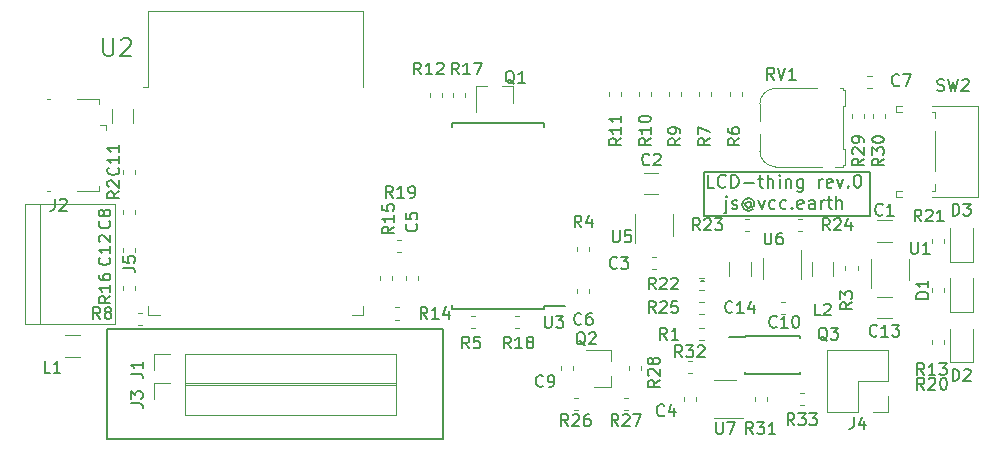
<source format=gbr>
G04 #@! TF.GenerationSoftware,KiCad,Pcbnew,5.1.5*
G04 #@! TF.CreationDate,2020-05-11T21:35:48+02:00*
G04 #@! TF.ProjectId,VCOMLCD,56434f4d-4c43-4442-9e6b-696361645f70,rev?*
G04 #@! TF.SameCoordinates,Original*
G04 #@! TF.FileFunction,Legend,Top*
G04 #@! TF.FilePolarity,Positive*
%FSLAX46Y46*%
G04 Gerber Fmt 4.6, Leading zero omitted, Abs format (unit mm)*
G04 Created by KiCad (PCBNEW 5.1.5) date 2020-05-11 21:35:48*
%MOMM*%
%LPD*%
G04 APERTURE LIST*
%ADD10C,0.150000*%
%ADD11C,0.120000*%
%ADD12C,0.200000*%
G04 APERTURE END LIST*
D10*
X105750000Y-61500000D02*
X105750000Y-65250000D01*
X119750000Y-61500000D02*
X105750000Y-61500000D01*
X119750000Y-65250000D02*
X119750000Y-61500000D01*
X105750000Y-65250000D02*
X119750000Y-65250000D01*
X106554761Y-62847619D02*
X106030952Y-62847619D01*
X106030952Y-61747619D01*
X107550000Y-62742857D02*
X107497619Y-62795238D01*
X107340476Y-62847619D01*
X107235714Y-62847619D01*
X107078571Y-62795238D01*
X106973809Y-62690476D01*
X106921428Y-62585714D01*
X106869047Y-62376190D01*
X106869047Y-62219047D01*
X106921428Y-62009523D01*
X106973809Y-61904761D01*
X107078571Y-61800000D01*
X107235714Y-61747619D01*
X107340476Y-61747619D01*
X107497619Y-61800000D01*
X107550000Y-61852380D01*
X108021428Y-62847619D02*
X108021428Y-61747619D01*
X108283333Y-61747619D01*
X108440476Y-61800000D01*
X108545238Y-61904761D01*
X108597619Y-62009523D01*
X108650000Y-62219047D01*
X108650000Y-62376190D01*
X108597619Y-62585714D01*
X108545238Y-62690476D01*
X108440476Y-62795238D01*
X108283333Y-62847619D01*
X108021428Y-62847619D01*
X109121428Y-62428571D02*
X109959523Y-62428571D01*
X110326190Y-62114285D02*
X110745238Y-62114285D01*
X110483333Y-61747619D02*
X110483333Y-62690476D01*
X110535714Y-62795238D01*
X110640476Y-62847619D01*
X110745238Y-62847619D01*
X111111904Y-62847619D02*
X111111904Y-61747619D01*
X111583333Y-62847619D02*
X111583333Y-62271428D01*
X111530952Y-62166666D01*
X111426190Y-62114285D01*
X111269047Y-62114285D01*
X111164285Y-62166666D01*
X111111904Y-62219047D01*
X112107142Y-62847619D02*
X112107142Y-62114285D01*
X112107142Y-61747619D02*
X112054761Y-61800000D01*
X112107142Y-61852380D01*
X112159523Y-61800000D01*
X112107142Y-61747619D01*
X112107142Y-61852380D01*
X112630952Y-62114285D02*
X112630952Y-62847619D01*
X112630952Y-62219047D02*
X112683333Y-62166666D01*
X112788095Y-62114285D01*
X112945238Y-62114285D01*
X113050000Y-62166666D01*
X113102380Y-62271428D01*
X113102380Y-62847619D01*
X114097619Y-62114285D02*
X114097619Y-63004761D01*
X114045238Y-63109523D01*
X113992857Y-63161904D01*
X113888095Y-63214285D01*
X113730952Y-63214285D01*
X113626190Y-63161904D01*
X114097619Y-62795238D02*
X113992857Y-62847619D01*
X113783333Y-62847619D01*
X113678571Y-62795238D01*
X113626190Y-62742857D01*
X113573809Y-62638095D01*
X113573809Y-62323809D01*
X113626190Y-62219047D01*
X113678571Y-62166666D01*
X113783333Y-62114285D01*
X113992857Y-62114285D01*
X114097619Y-62166666D01*
X115459523Y-62847619D02*
X115459523Y-62114285D01*
X115459523Y-62323809D02*
X115511904Y-62219047D01*
X115564285Y-62166666D01*
X115669047Y-62114285D01*
X115773809Y-62114285D01*
X116559523Y-62795238D02*
X116454761Y-62847619D01*
X116245238Y-62847619D01*
X116140476Y-62795238D01*
X116088095Y-62690476D01*
X116088095Y-62271428D01*
X116140476Y-62166666D01*
X116245238Y-62114285D01*
X116454761Y-62114285D01*
X116559523Y-62166666D01*
X116611904Y-62271428D01*
X116611904Y-62376190D01*
X116088095Y-62480952D01*
X116978571Y-62114285D02*
X117240476Y-62847619D01*
X117502380Y-62114285D01*
X117921428Y-62742857D02*
X117973809Y-62795238D01*
X117921428Y-62847619D01*
X117869047Y-62795238D01*
X117921428Y-62742857D01*
X117921428Y-62847619D01*
X118654761Y-61747619D02*
X118759523Y-61747619D01*
X118864285Y-61800000D01*
X118916666Y-61852380D01*
X118969047Y-61957142D01*
X119021428Y-62166666D01*
X119021428Y-62428571D01*
X118969047Y-62638095D01*
X118916666Y-62742857D01*
X118864285Y-62795238D01*
X118759523Y-62847619D01*
X118654761Y-62847619D01*
X118550000Y-62795238D01*
X118497619Y-62742857D01*
X118445238Y-62638095D01*
X118392857Y-62428571D01*
X118392857Y-62166666D01*
X118445238Y-61957142D01*
X118497619Y-61852380D01*
X118550000Y-61800000D01*
X118654761Y-61747619D01*
X107602380Y-63914285D02*
X107602380Y-64857142D01*
X107550000Y-64961904D01*
X107445238Y-65014285D01*
X107392857Y-65014285D01*
X107602380Y-63547619D02*
X107550000Y-63600000D01*
X107602380Y-63652380D01*
X107654761Y-63600000D01*
X107602380Y-63547619D01*
X107602380Y-63652380D01*
X108073809Y-64595238D02*
X108178571Y-64647619D01*
X108388095Y-64647619D01*
X108492857Y-64595238D01*
X108545238Y-64490476D01*
X108545238Y-64438095D01*
X108492857Y-64333333D01*
X108388095Y-64280952D01*
X108230952Y-64280952D01*
X108126190Y-64228571D01*
X108073809Y-64123809D01*
X108073809Y-64071428D01*
X108126190Y-63966666D01*
X108230952Y-63914285D01*
X108388095Y-63914285D01*
X108492857Y-63966666D01*
X109697619Y-64123809D02*
X109645238Y-64071428D01*
X109540476Y-64019047D01*
X109435714Y-64019047D01*
X109330952Y-64071428D01*
X109278571Y-64123809D01*
X109226190Y-64228571D01*
X109226190Y-64333333D01*
X109278571Y-64438095D01*
X109330952Y-64490476D01*
X109435714Y-64542857D01*
X109540476Y-64542857D01*
X109645238Y-64490476D01*
X109697619Y-64438095D01*
X109697619Y-64019047D02*
X109697619Y-64438095D01*
X109750000Y-64490476D01*
X109802380Y-64490476D01*
X109907142Y-64438095D01*
X109959523Y-64333333D01*
X109959523Y-64071428D01*
X109854761Y-63914285D01*
X109697619Y-63809523D01*
X109488095Y-63757142D01*
X109278571Y-63809523D01*
X109121428Y-63914285D01*
X109016666Y-64071428D01*
X108964285Y-64280952D01*
X109016666Y-64490476D01*
X109121428Y-64647619D01*
X109278571Y-64752380D01*
X109488095Y-64804761D01*
X109697619Y-64752380D01*
X109854761Y-64647619D01*
X110326190Y-63914285D02*
X110588095Y-64647619D01*
X110850000Y-63914285D01*
X111740476Y-64595238D02*
X111635714Y-64647619D01*
X111426190Y-64647619D01*
X111321428Y-64595238D01*
X111269047Y-64542857D01*
X111216666Y-64438095D01*
X111216666Y-64123809D01*
X111269047Y-64019047D01*
X111321428Y-63966666D01*
X111426190Y-63914285D01*
X111635714Y-63914285D01*
X111740476Y-63966666D01*
X112683333Y-64595238D02*
X112578571Y-64647619D01*
X112369047Y-64647619D01*
X112264285Y-64595238D01*
X112211904Y-64542857D01*
X112159523Y-64438095D01*
X112159523Y-64123809D01*
X112211904Y-64019047D01*
X112264285Y-63966666D01*
X112369047Y-63914285D01*
X112578571Y-63914285D01*
X112683333Y-63966666D01*
X113154761Y-64542857D02*
X113207142Y-64595238D01*
X113154761Y-64647619D01*
X113102380Y-64595238D01*
X113154761Y-64542857D01*
X113154761Y-64647619D01*
X114097619Y-64595238D02*
X113992857Y-64647619D01*
X113783333Y-64647619D01*
X113678571Y-64595238D01*
X113626190Y-64490476D01*
X113626190Y-64071428D01*
X113678571Y-63966666D01*
X113783333Y-63914285D01*
X113992857Y-63914285D01*
X114097619Y-63966666D01*
X114150000Y-64071428D01*
X114150000Y-64176190D01*
X113626190Y-64280952D01*
X115092857Y-64647619D02*
X115092857Y-64071428D01*
X115040476Y-63966666D01*
X114935714Y-63914285D01*
X114726190Y-63914285D01*
X114621428Y-63966666D01*
X115092857Y-64595238D02*
X114988095Y-64647619D01*
X114726190Y-64647619D01*
X114621428Y-64595238D01*
X114569047Y-64490476D01*
X114569047Y-64385714D01*
X114621428Y-64280952D01*
X114726190Y-64228571D01*
X114988095Y-64228571D01*
X115092857Y-64176190D01*
X115616666Y-64647619D02*
X115616666Y-63914285D01*
X115616666Y-64123809D02*
X115669047Y-64019047D01*
X115721428Y-63966666D01*
X115826190Y-63914285D01*
X115930952Y-63914285D01*
X116140476Y-63914285D02*
X116559523Y-63914285D01*
X116297619Y-63547619D02*
X116297619Y-64490476D01*
X116350000Y-64595238D01*
X116454761Y-64647619D01*
X116559523Y-64647619D01*
X116926190Y-64647619D02*
X116926190Y-63547619D01*
X117397619Y-64647619D02*
X117397619Y-64071428D01*
X117345238Y-63966666D01*
X117240476Y-63914285D01*
X117083333Y-63914285D01*
X116978571Y-63966666D01*
X116926190Y-64019047D01*
X105500000Y-70750000D02*
X105750000Y-70750000D01*
X83630000Y-74805000D02*
X55150000Y-74805000D01*
X83630000Y-84155000D02*
X83630000Y-74805000D01*
X55150000Y-84155000D02*
X83630000Y-84155000D01*
X55150000Y-74805000D02*
X55150000Y-84155000D01*
D11*
X106600000Y-82360000D02*
X109050000Y-82360000D01*
X108400000Y-79140000D02*
X106600000Y-79140000D01*
X113828733Y-81260000D02*
X114171267Y-81260000D01*
X113828733Y-80240000D02*
X114171267Y-80240000D01*
X104671267Y-77490000D02*
X104328733Y-77490000D01*
X104671267Y-78510000D02*
X104328733Y-78510000D01*
X111010000Y-80921267D02*
X111010000Y-80578733D01*
X109990000Y-80921267D02*
X109990000Y-80578733D01*
D10*
X109175000Y-75475000D02*
X107825000Y-75475000D01*
X109175000Y-78625000D02*
X113825000Y-78625000D01*
X109175000Y-75375000D02*
X113825000Y-75375000D01*
X109175000Y-78625000D02*
X109175000Y-78425000D01*
X113825000Y-78625000D02*
X113825000Y-78425000D01*
X113825000Y-75375000D02*
X113825000Y-75575000D01*
X109175000Y-75375000D02*
X109175000Y-75475000D01*
D11*
X103990000Y-80578733D02*
X103990000Y-80921267D01*
X105010000Y-80578733D02*
X105010000Y-80921267D01*
X117660000Y-54540000D02*
X117660000Y-55960000D01*
X117460000Y-55960000D02*
X117460000Y-59540000D01*
X117460000Y-59540000D02*
X117660000Y-59540000D01*
X117660000Y-59540000D02*
X117660000Y-60960000D01*
X117660000Y-60960000D02*
X117460000Y-60960000D01*
X110440000Y-57240000D02*
X110440000Y-55750000D01*
X111750000Y-54440000D02*
X115290000Y-54440000D01*
X115730000Y-61060000D02*
X111750000Y-61060000D01*
X110440000Y-59750000D02*
X110440000Y-58260000D01*
X110440000Y-55750000D02*
G75*
G02X111750000Y-54440000I1310000J0D01*
G01*
X111750000Y-61060000D02*
G75*
G02X110440000Y-59750000I0J1310000D01*
G01*
X117460000Y-55960000D02*
X117660000Y-55960000D01*
X117660000Y-54540000D02*
X117460000Y-54540000D01*
X117460000Y-54540000D02*
X117460000Y-54440000D01*
X117460000Y-54440000D02*
X117210000Y-54440000D01*
X117460000Y-60960000D02*
X117460000Y-61060000D01*
X117460000Y-61060000D02*
X116770000Y-61060000D01*
X119990000Y-56578733D02*
X119990000Y-56921267D01*
X121010000Y-56578733D02*
X121010000Y-56921267D01*
X119260000Y-56921267D02*
X119260000Y-56578733D01*
X118240000Y-56921267D02*
X118240000Y-56578733D01*
X99890000Y-65100000D02*
X99890000Y-67550000D01*
X103110000Y-66900000D02*
X103110000Y-65100000D01*
X58630000Y-54310000D02*
X58250000Y-54310000D01*
X58630000Y-47890000D02*
X58630000Y-54310000D01*
X76870000Y-47890000D02*
X76870000Y-54310000D01*
X58630000Y-47890000D02*
X76870000Y-47890000D01*
X76870000Y-73635000D02*
X75870000Y-73635000D01*
X76870000Y-72855000D02*
X76870000Y-73635000D01*
X58630000Y-73635000D02*
X59630000Y-73635000D01*
X58630000Y-72855000D02*
X58630000Y-73635000D01*
X54500000Y-55350000D02*
X54500000Y-55800000D01*
X52650000Y-55350000D02*
X54500000Y-55350000D01*
X50100000Y-63150000D02*
X50350000Y-63150000D01*
X50100000Y-55350000D02*
X50350000Y-55350000D01*
X52650000Y-63150000D02*
X54500000Y-63150000D01*
X54500000Y-63150000D02*
X54500000Y-62700000D01*
X55050000Y-57550000D02*
X55050000Y-58000000D01*
X55050000Y-57550000D02*
X54600000Y-57550000D01*
X48190000Y-64210000D02*
X48190000Y-74370000D01*
X55810000Y-64210000D02*
X48190000Y-64210000D01*
X55810000Y-74370000D02*
X55810000Y-64210000D01*
X48190000Y-74370000D02*
X55810000Y-74370000D01*
X49460000Y-74370000D02*
X49460000Y-64210000D01*
X109660000Y-70339564D02*
X109660000Y-69135436D01*
X107840000Y-70339564D02*
X107840000Y-69135436D01*
X112546267Y-72490000D02*
X112203733Y-72490000D01*
X112546267Y-73510000D02*
X112203733Y-73510000D01*
X121330000Y-76630000D02*
X116130000Y-76630000D01*
X121330000Y-79230000D02*
X121330000Y-76630000D01*
X116130000Y-81830000D02*
X116130000Y-76630000D01*
X121330000Y-79230000D02*
X118730000Y-79230000D01*
X118730000Y-79230000D02*
X118730000Y-81830000D01*
X118730000Y-81830000D02*
X116130000Y-81830000D01*
X121330000Y-80500000D02*
X121330000Y-81830000D01*
X121330000Y-81830000D02*
X120000000Y-81830000D01*
X99340000Y-77978733D02*
X99340000Y-78321267D01*
X100360000Y-77978733D02*
X100360000Y-78321267D01*
X99271267Y-80640000D02*
X98928733Y-80640000D01*
X99271267Y-81660000D02*
X98928733Y-81660000D01*
X95021267Y-80640000D02*
X94678733Y-80640000D01*
X95021267Y-81660000D02*
X94678733Y-81660000D01*
X97860000Y-79730000D02*
X96400000Y-79730000D01*
X97860000Y-76570000D02*
X95700000Y-76570000D01*
X97860000Y-76570000D02*
X97860000Y-77500000D01*
X97860000Y-79730000D02*
X97860000Y-78800000D01*
X94610000Y-78321267D02*
X94610000Y-77978733D01*
X93590000Y-78321267D02*
X93590000Y-77978733D01*
X113890000Y-70600000D02*
X113890000Y-68150000D01*
X110670000Y-68800000D02*
X110670000Y-70600000D01*
X105671267Y-72490000D02*
X105328733Y-72490000D01*
X105671267Y-73510000D02*
X105328733Y-73510000D01*
X113703733Y-65490000D02*
X114046267Y-65490000D01*
X113703733Y-66510000D02*
X114046267Y-66510000D01*
X109203733Y-65490000D02*
X109546267Y-65490000D01*
X109203733Y-66510000D02*
X109546267Y-66510000D01*
X105328733Y-71510000D02*
X105671267Y-71510000D01*
X105328733Y-70490000D02*
X105671267Y-70490000D01*
X57510000Y-61671267D02*
X57510000Y-61328733D01*
X56490000Y-61671267D02*
X56490000Y-61328733D01*
X116660000Y-70352064D02*
X116660000Y-69147936D01*
X114840000Y-70352064D02*
X114840000Y-69147936D01*
X59170000Y-80750000D02*
X59170000Y-79420000D01*
X59170000Y-79420000D02*
X60500000Y-79420000D01*
X61770000Y-79420000D02*
X79610000Y-79420000D01*
X79610000Y-82080000D02*
X79610000Y-79420000D01*
X61770000Y-82080000D02*
X79610000Y-82080000D01*
X61770000Y-82080000D02*
X61770000Y-79420000D01*
X124990000Y-67203733D02*
X124990000Y-67546267D01*
X126010000Y-67203733D02*
X126010000Y-67546267D01*
X126010000Y-76046267D02*
X126010000Y-75703733D01*
X124990000Y-76046267D02*
X124990000Y-75703733D01*
X126010000Y-71671267D02*
X126010000Y-71328733D01*
X124990000Y-71671267D02*
X124990000Y-71328733D01*
X57828733Y-74510000D02*
X58171267Y-74510000D01*
X57828733Y-73490000D02*
X58171267Y-73490000D01*
X89580000Y-54240000D02*
X89580000Y-55700000D01*
X86420000Y-54240000D02*
X86420000Y-56400000D01*
X86420000Y-54240000D02*
X87350000Y-54240000D01*
X89580000Y-54240000D02*
X88650000Y-54240000D01*
X59170000Y-78250000D02*
X59170000Y-76920000D01*
X59170000Y-76920000D02*
X60500000Y-76920000D01*
X61770000Y-76920000D02*
X79610000Y-76920000D01*
X79610000Y-79580000D02*
X79610000Y-76920000D01*
X61770000Y-79580000D02*
X79610000Y-79580000D01*
X61770000Y-79580000D02*
X61770000Y-76920000D01*
X128460000Y-69135000D02*
X128460000Y-66275000D01*
X126540000Y-69135000D02*
X128460000Y-69135000D01*
X126540000Y-66275000D02*
X126540000Y-69135000D01*
X128460000Y-77635000D02*
X128460000Y-74775000D01*
X126540000Y-77635000D02*
X128460000Y-77635000D01*
X126540000Y-74775000D02*
X126540000Y-77635000D01*
X128460000Y-73360000D02*
X128460000Y-70500000D01*
X126540000Y-73360000D02*
X128460000Y-73360000D01*
X126540000Y-70500000D02*
X126540000Y-73360000D01*
X56490000Y-64703733D02*
X56490000Y-65046267D01*
X57510000Y-64703733D02*
X57510000Y-65046267D01*
X123110000Y-70650000D02*
X123110000Y-68850000D01*
X119890000Y-68850000D02*
X119890000Y-71300000D01*
X117690000Y-69796267D02*
X117690000Y-69453733D01*
X118710000Y-69796267D02*
X118710000Y-69453733D01*
X55590000Y-57352064D02*
X55590000Y-56147936D01*
X57410000Y-57352064D02*
X57410000Y-56147936D01*
X121602064Y-73910000D02*
X120397936Y-73910000D01*
X121602064Y-72090000D02*
X120397936Y-72090000D01*
X105328733Y-75760000D02*
X105671267Y-75760000D01*
X105328733Y-74740000D02*
X105671267Y-74740000D01*
D10*
X92125000Y-72850000D02*
X93950000Y-72850000D01*
X92125000Y-57375000D02*
X84375000Y-57375000D01*
X92125000Y-73125000D02*
X84375000Y-73125000D01*
X92125000Y-57375000D02*
X92125000Y-57740000D01*
X84375000Y-57375000D02*
X84375000Y-57740000D01*
X84375000Y-73125000D02*
X84375000Y-72760000D01*
X92125000Y-73125000D02*
X92125000Y-72850000D01*
D11*
X56490000Y-68296267D02*
X56490000Y-67953733D01*
X57510000Y-68296267D02*
X57510000Y-67953733D01*
X101328733Y-69760000D02*
X101671267Y-69760000D01*
X101328733Y-68740000D02*
X101671267Y-68740000D01*
X100647936Y-63410000D02*
X101852064Y-63410000D01*
X100647936Y-61590000D02*
X101852064Y-61590000D01*
X79578733Y-74010000D02*
X79921267Y-74010000D01*
X79578733Y-72990000D02*
X79921267Y-72990000D01*
X78240000Y-70671267D02*
X78240000Y-70328733D01*
X79260000Y-70671267D02*
X79260000Y-70328733D01*
X57510000Y-71546267D02*
X57510000Y-71203733D01*
X56490000Y-71546267D02*
X56490000Y-71203733D01*
X84490000Y-55171267D02*
X84490000Y-54828733D01*
X85510000Y-55171267D02*
X85510000Y-54828733D01*
X90046267Y-74760000D02*
X89703733Y-74760000D01*
X90046267Y-73740000D02*
X89703733Y-73740000D01*
X79703733Y-68260000D02*
X80046267Y-68260000D01*
X79703733Y-67240000D02*
X80046267Y-67240000D01*
X82490000Y-55171267D02*
X82490000Y-54828733D01*
X83510000Y-55171267D02*
X83510000Y-54828733D01*
X125280000Y-56410000D02*
X125050000Y-56410000D01*
X128950000Y-55890000D02*
X128950000Y-63610000D01*
X128950000Y-63610000D02*
X125050000Y-63610000D01*
X121940000Y-55890000D02*
X121940000Y-56410000D01*
X128950000Y-55890000D02*
X125050000Y-55890000D01*
X125280000Y-63090000D02*
X125050000Y-63090000D01*
X122450000Y-56410000D02*
X121940000Y-56410000D01*
X122450000Y-55890000D02*
X121940000Y-55890000D01*
X125280000Y-62550000D02*
X125280000Y-63090000D01*
X122450000Y-63090000D02*
X121940000Y-63090000D01*
X121940000Y-63090000D02*
X121940000Y-63610000D01*
X122450000Y-63610000D02*
X121940000Y-63610000D01*
X125280000Y-56410000D02*
X125280000Y-56950000D01*
X125280000Y-58050000D02*
X125280000Y-61450000D01*
X97650000Y-54703733D02*
X97650000Y-55046267D01*
X98670000Y-54703733D02*
X98670000Y-55046267D01*
X119553733Y-53390000D02*
X119896267Y-53390000D01*
X119553733Y-54410000D02*
X119896267Y-54410000D01*
X94990000Y-71796267D02*
X94990000Y-71453733D01*
X96010000Y-71796267D02*
X96010000Y-71453733D01*
X81510000Y-70671267D02*
X81510000Y-70328733D01*
X80490000Y-70671267D02*
X80490000Y-70328733D01*
X121602064Y-65590000D02*
X120397936Y-65590000D01*
X121602064Y-67410000D02*
X120397936Y-67410000D01*
X52839564Y-75340000D02*
X51635436Y-75340000D01*
X52839564Y-77160000D02*
X51635436Y-77160000D01*
X100190000Y-54703733D02*
X100190000Y-55046267D01*
X101210000Y-54703733D02*
X101210000Y-55046267D01*
X94990000Y-68246267D02*
X94990000Y-67903733D01*
X96010000Y-68246267D02*
X96010000Y-67903733D01*
X86296267Y-73740000D02*
X85953733Y-73740000D01*
X86296267Y-74760000D02*
X85953733Y-74760000D01*
X107890000Y-54703733D02*
X107890000Y-55046267D01*
X108910000Y-54703733D02*
X108910000Y-55046267D01*
X106290000Y-54703733D02*
X106290000Y-55046267D01*
X105270000Y-54703733D02*
X105270000Y-55046267D01*
X103750000Y-54703733D02*
X103750000Y-55046267D01*
X102730000Y-54703733D02*
X102730000Y-55046267D01*
D10*
X106738095Y-82702380D02*
X106738095Y-83511904D01*
X106785714Y-83607142D01*
X106833333Y-83654761D01*
X106928571Y-83702380D01*
X107119047Y-83702380D01*
X107214285Y-83654761D01*
X107261904Y-83607142D01*
X107309523Y-83511904D01*
X107309523Y-82702380D01*
X107690476Y-82702380D02*
X108357142Y-82702380D01*
X107928571Y-83702380D01*
X113357142Y-82952380D02*
X113023809Y-82476190D01*
X112785714Y-82952380D02*
X112785714Y-81952380D01*
X113166666Y-81952380D01*
X113261904Y-82000000D01*
X113309523Y-82047619D01*
X113357142Y-82142857D01*
X113357142Y-82285714D01*
X113309523Y-82380952D01*
X113261904Y-82428571D01*
X113166666Y-82476190D01*
X112785714Y-82476190D01*
X113690476Y-81952380D02*
X114309523Y-81952380D01*
X113976190Y-82333333D01*
X114119047Y-82333333D01*
X114214285Y-82380952D01*
X114261904Y-82428571D01*
X114309523Y-82523809D01*
X114309523Y-82761904D01*
X114261904Y-82857142D01*
X114214285Y-82904761D01*
X114119047Y-82952380D01*
X113833333Y-82952380D01*
X113738095Y-82904761D01*
X113690476Y-82857142D01*
X114642857Y-81952380D02*
X115261904Y-81952380D01*
X114928571Y-82333333D01*
X115071428Y-82333333D01*
X115166666Y-82380952D01*
X115214285Y-82428571D01*
X115261904Y-82523809D01*
X115261904Y-82761904D01*
X115214285Y-82857142D01*
X115166666Y-82904761D01*
X115071428Y-82952380D01*
X114785714Y-82952380D01*
X114690476Y-82904761D01*
X114642857Y-82857142D01*
X103857142Y-77202380D02*
X103523809Y-76726190D01*
X103285714Y-77202380D02*
X103285714Y-76202380D01*
X103666666Y-76202380D01*
X103761904Y-76250000D01*
X103809523Y-76297619D01*
X103857142Y-76392857D01*
X103857142Y-76535714D01*
X103809523Y-76630952D01*
X103761904Y-76678571D01*
X103666666Y-76726190D01*
X103285714Y-76726190D01*
X104190476Y-76202380D02*
X104809523Y-76202380D01*
X104476190Y-76583333D01*
X104619047Y-76583333D01*
X104714285Y-76630952D01*
X104761904Y-76678571D01*
X104809523Y-76773809D01*
X104809523Y-77011904D01*
X104761904Y-77107142D01*
X104714285Y-77154761D01*
X104619047Y-77202380D01*
X104333333Y-77202380D01*
X104238095Y-77154761D01*
X104190476Y-77107142D01*
X105190476Y-76297619D02*
X105238095Y-76250000D01*
X105333333Y-76202380D01*
X105571428Y-76202380D01*
X105666666Y-76250000D01*
X105714285Y-76297619D01*
X105761904Y-76392857D01*
X105761904Y-76488095D01*
X105714285Y-76630952D01*
X105142857Y-77202380D01*
X105761904Y-77202380D01*
X109857142Y-83702380D02*
X109523809Y-83226190D01*
X109285714Y-83702380D02*
X109285714Y-82702380D01*
X109666666Y-82702380D01*
X109761904Y-82750000D01*
X109809523Y-82797619D01*
X109857142Y-82892857D01*
X109857142Y-83035714D01*
X109809523Y-83130952D01*
X109761904Y-83178571D01*
X109666666Y-83226190D01*
X109285714Y-83226190D01*
X110190476Y-82702380D02*
X110809523Y-82702380D01*
X110476190Y-83083333D01*
X110619047Y-83083333D01*
X110714285Y-83130952D01*
X110761904Y-83178571D01*
X110809523Y-83273809D01*
X110809523Y-83511904D01*
X110761904Y-83607142D01*
X110714285Y-83654761D01*
X110619047Y-83702380D01*
X110333333Y-83702380D01*
X110238095Y-83654761D01*
X110190476Y-83607142D01*
X111761904Y-83702380D02*
X111190476Y-83702380D01*
X111476190Y-83702380D02*
X111476190Y-82702380D01*
X111380952Y-82845238D01*
X111285714Y-82940476D01*
X111190476Y-82988095D01*
X116154761Y-75797619D02*
X116059523Y-75750000D01*
X115964285Y-75654761D01*
X115821428Y-75511904D01*
X115726190Y-75464285D01*
X115630952Y-75464285D01*
X115678571Y-75702380D02*
X115583333Y-75654761D01*
X115488095Y-75559523D01*
X115440476Y-75369047D01*
X115440476Y-75035714D01*
X115488095Y-74845238D01*
X115583333Y-74750000D01*
X115678571Y-74702380D01*
X115869047Y-74702380D01*
X115964285Y-74750000D01*
X116059523Y-74845238D01*
X116107142Y-75035714D01*
X116107142Y-75369047D01*
X116059523Y-75559523D01*
X115964285Y-75654761D01*
X115869047Y-75702380D01*
X115678571Y-75702380D01*
X116440476Y-74702380D02*
X117059523Y-74702380D01*
X116726190Y-75083333D01*
X116869047Y-75083333D01*
X116964285Y-75130952D01*
X117011904Y-75178571D01*
X117059523Y-75273809D01*
X117059523Y-75511904D01*
X117011904Y-75607142D01*
X116964285Y-75654761D01*
X116869047Y-75702380D01*
X116583333Y-75702380D01*
X116488095Y-75654761D01*
X116440476Y-75607142D01*
X102333333Y-82107142D02*
X102285714Y-82154761D01*
X102142857Y-82202380D01*
X102047619Y-82202380D01*
X101904761Y-82154761D01*
X101809523Y-82059523D01*
X101761904Y-81964285D01*
X101714285Y-81773809D01*
X101714285Y-81630952D01*
X101761904Y-81440476D01*
X101809523Y-81345238D01*
X101904761Y-81250000D01*
X102047619Y-81202380D01*
X102142857Y-81202380D01*
X102285714Y-81250000D01*
X102333333Y-81297619D01*
X103190476Y-81535714D02*
X103190476Y-82202380D01*
X102952380Y-81154761D02*
X102714285Y-81869047D01*
X103333333Y-81869047D01*
X111654761Y-53702380D02*
X111321428Y-53226190D01*
X111083333Y-53702380D02*
X111083333Y-52702380D01*
X111464285Y-52702380D01*
X111559523Y-52750000D01*
X111607142Y-52797619D01*
X111654761Y-52892857D01*
X111654761Y-53035714D01*
X111607142Y-53130952D01*
X111559523Y-53178571D01*
X111464285Y-53226190D01*
X111083333Y-53226190D01*
X111940476Y-52702380D02*
X112273809Y-53702380D01*
X112607142Y-52702380D01*
X113464285Y-53702380D02*
X112892857Y-53702380D01*
X113178571Y-53702380D02*
X113178571Y-52702380D01*
X113083333Y-52845238D01*
X112988095Y-52940476D01*
X112892857Y-52988095D01*
X120952380Y-60392857D02*
X120476190Y-60726190D01*
X120952380Y-60964285D02*
X119952380Y-60964285D01*
X119952380Y-60583333D01*
X120000000Y-60488095D01*
X120047619Y-60440476D01*
X120142857Y-60392857D01*
X120285714Y-60392857D01*
X120380952Y-60440476D01*
X120428571Y-60488095D01*
X120476190Y-60583333D01*
X120476190Y-60964285D01*
X119952380Y-60059523D02*
X119952380Y-59440476D01*
X120333333Y-59773809D01*
X120333333Y-59630952D01*
X120380952Y-59535714D01*
X120428571Y-59488095D01*
X120523809Y-59440476D01*
X120761904Y-59440476D01*
X120857142Y-59488095D01*
X120904761Y-59535714D01*
X120952380Y-59630952D01*
X120952380Y-59916666D01*
X120904761Y-60011904D01*
X120857142Y-60059523D01*
X119952380Y-58821428D02*
X119952380Y-58726190D01*
X120000000Y-58630952D01*
X120047619Y-58583333D01*
X120142857Y-58535714D01*
X120333333Y-58488095D01*
X120571428Y-58488095D01*
X120761904Y-58535714D01*
X120857142Y-58583333D01*
X120904761Y-58630952D01*
X120952380Y-58726190D01*
X120952380Y-58821428D01*
X120904761Y-58916666D01*
X120857142Y-58964285D01*
X120761904Y-59011904D01*
X120571428Y-59059523D01*
X120333333Y-59059523D01*
X120142857Y-59011904D01*
X120047619Y-58964285D01*
X120000000Y-58916666D01*
X119952380Y-58821428D01*
X119252380Y-60392857D02*
X118776190Y-60726190D01*
X119252380Y-60964285D02*
X118252380Y-60964285D01*
X118252380Y-60583333D01*
X118300000Y-60488095D01*
X118347619Y-60440476D01*
X118442857Y-60392857D01*
X118585714Y-60392857D01*
X118680952Y-60440476D01*
X118728571Y-60488095D01*
X118776190Y-60583333D01*
X118776190Y-60964285D01*
X118347619Y-60011904D02*
X118300000Y-59964285D01*
X118252380Y-59869047D01*
X118252380Y-59630952D01*
X118300000Y-59535714D01*
X118347619Y-59488095D01*
X118442857Y-59440476D01*
X118538095Y-59440476D01*
X118680952Y-59488095D01*
X119252380Y-60059523D01*
X119252380Y-59440476D01*
X119252380Y-58964285D02*
X119252380Y-58773809D01*
X119204761Y-58678571D01*
X119157142Y-58630952D01*
X119014285Y-58535714D01*
X118823809Y-58488095D01*
X118442857Y-58488095D01*
X118347619Y-58535714D01*
X118300000Y-58583333D01*
X118252380Y-58678571D01*
X118252380Y-58869047D01*
X118300000Y-58964285D01*
X118347619Y-59011904D01*
X118442857Y-59059523D01*
X118680952Y-59059523D01*
X118776190Y-59011904D01*
X118823809Y-58964285D01*
X118871428Y-58869047D01*
X118871428Y-58678571D01*
X118823809Y-58583333D01*
X118776190Y-58535714D01*
X118680952Y-58488095D01*
X97988095Y-66452380D02*
X97988095Y-67261904D01*
X98035714Y-67357142D01*
X98083333Y-67404761D01*
X98178571Y-67452380D01*
X98369047Y-67452380D01*
X98464285Y-67404761D01*
X98511904Y-67357142D01*
X98559523Y-67261904D01*
X98559523Y-66452380D01*
X99511904Y-66452380D02*
X99035714Y-66452380D01*
X98988095Y-66928571D01*
X99035714Y-66880952D01*
X99130952Y-66833333D01*
X99369047Y-66833333D01*
X99464285Y-66880952D01*
X99511904Y-66928571D01*
X99559523Y-67023809D01*
X99559523Y-67261904D01*
X99511904Y-67357142D01*
X99464285Y-67404761D01*
X99369047Y-67452380D01*
X99130952Y-67452380D01*
X99035714Y-67404761D01*
X98988095Y-67357142D01*
D12*
X54857142Y-50178571D02*
X54857142Y-51392857D01*
X54928571Y-51535714D01*
X55000000Y-51607142D01*
X55142857Y-51678571D01*
X55428571Y-51678571D01*
X55571428Y-51607142D01*
X55642857Y-51535714D01*
X55714285Y-51392857D01*
X55714285Y-50178571D01*
X56357142Y-50321428D02*
X56428571Y-50250000D01*
X56571428Y-50178571D01*
X56928571Y-50178571D01*
X57071428Y-50250000D01*
X57142857Y-50321428D01*
X57214285Y-50464285D01*
X57214285Y-50607142D01*
X57142857Y-50821428D01*
X56285714Y-51678571D01*
X57214285Y-51678571D01*
D10*
X50753166Y-63782380D02*
X50753166Y-64496666D01*
X50705547Y-64639523D01*
X50610309Y-64734761D01*
X50467452Y-64782380D01*
X50372214Y-64782380D01*
X51181738Y-63877619D02*
X51229357Y-63830000D01*
X51324595Y-63782380D01*
X51562690Y-63782380D01*
X51657928Y-63830000D01*
X51705547Y-63877619D01*
X51753166Y-63972857D01*
X51753166Y-64068095D01*
X51705547Y-64210952D01*
X51134119Y-64782380D01*
X51753166Y-64782380D01*
X56532380Y-69623333D02*
X57246666Y-69623333D01*
X57389523Y-69670952D01*
X57484761Y-69766190D01*
X57532380Y-69909047D01*
X57532380Y-70004285D01*
X56532380Y-68670952D02*
X56532380Y-69147142D01*
X57008571Y-69194761D01*
X56960952Y-69147142D01*
X56913333Y-69051904D01*
X56913333Y-68813809D01*
X56960952Y-68718571D01*
X57008571Y-68670952D01*
X57103809Y-68623333D01*
X57341904Y-68623333D01*
X57437142Y-68670952D01*
X57484761Y-68718571D01*
X57532380Y-68813809D01*
X57532380Y-69051904D01*
X57484761Y-69147142D01*
X57437142Y-69194761D01*
X108107142Y-73357142D02*
X108059523Y-73404761D01*
X107916666Y-73452380D01*
X107821428Y-73452380D01*
X107678571Y-73404761D01*
X107583333Y-73309523D01*
X107535714Y-73214285D01*
X107488095Y-73023809D01*
X107488095Y-72880952D01*
X107535714Y-72690476D01*
X107583333Y-72595238D01*
X107678571Y-72500000D01*
X107821428Y-72452380D01*
X107916666Y-72452380D01*
X108059523Y-72500000D01*
X108107142Y-72547619D01*
X109059523Y-73452380D02*
X108488095Y-73452380D01*
X108773809Y-73452380D02*
X108773809Y-72452380D01*
X108678571Y-72595238D01*
X108583333Y-72690476D01*
X108488095Y-72738095D01*
X109916666Y-72785714D02*
X109916666Y-73452380D01*
X109678571Y-72404761D02*
X109440476Y-73119047D01*
X110059523Y-73119047D01*
X111857142Y-74607142D02*
X111809523Y-74654761D01*
X111666666Y-74702380D01*
X111571428Y-74702380D01*
X111428571Y-74654761D01*
X111333333Y-74559523D01*
X111285714Y-74464285D01*
X111238095Y-74273809D01*
X111238095Y-74130952D01*
X111285714Y-73940476D01*
X111333333Y-73845238D01*
X111428571Y-73750000D01*
X111571428Y-73702380D01*
X111666666Y-73702380D01*
X111809523Y-73750000D01*
X111857142Y-73797619D01*
X112809523Y-74702380D02*
X112238095Y-74702380D01*
X112523809Y-74702380D02*
X112523809Y-73702380D01*
X112428571Y-73845238D01*
X112333333Y-73940476D01*
X112238095Y-73988095D01*
X113428571Y-73702380D02*
X113523809Y-73702380D01*
X113619047Y-73750000D01*
X113666666Y-73797619D01*
X113714285Y-73892857D01*
X113761904Y-74083333D01*
X113761904Y-74321428D01*
X113714285Y-74511904D01*
X113666666Y-74607142D01*
X113619047Y-74654761D01*
X113523809Y-74702380D01*
X113428571Y-74702380D01*
X113333333Y-74654761D01*
X113285714Y-74607142D01*
X113238095Y-74511904D01*
X113190476Y-74321428D01*
X113190476Y-74083333D01*
X113238095Y-73892857D01*
X113285714Y-73797619D01*
X113333333Y-73750000D01*
X113428571Y-73702380D01*
X118396666Y-82282380D02*
X118396666Y-82996666D01*
X118349047Y-83139523D01*
X118253809Y-83234761D01*
X118110952Y-83282380D01*
X118015714Y-83282380D01*
X119301428Y-82615714D02*
X119301428Y-83282380D01*
X119063333Y-82234761D02*
X118825238Y-82949047D01*
X119444285Y-82949047D01*
X101952380Y-79142857D02*
X101476190Y-79476190D01*
X101952380Y-79714285D02*
X100952380Y-79714285D01*
X100952380Y-79333333D01*
X101000000Y-79238095D01*
X101047619Y-79190476D01*
X101142857Y-79142857D01*
X101285714Y-79142857D01*
X101380952Y-79190476D01*
X101428571Y-79238095D01*
X101476190Y-79333333D01*
X101476190Y-79714285D01*
X101047619Y-78761904D02*
X101000000Y-78714285D01*
X100952380Y-78619047D01*
X100952380Y-78380952D01*
X101000000Y-78285714D01*
X101047619Y-78238095D01*
X101142857Y-78190476D01*
X101238095Y-78190476D01*
X101380952Y-78238095D01*
X101952380Y-78809523D01*
X101952380Y-78190476D01*
X101380952Y-77619047D02*
X101333333Y-77714285D01*
X101285714Y-77761904D01*
X101190476Y-77809523D01*
X101142857Y-77809523D01*
X101047619Y-77761904D01*
X101000000Y-77714285D01*
X100952380Y-77619047D01*
X100952380Y-77428571D01*
X101000000Y-77333333D01*
X101047619Y-77285714D01*
X101142857Y-77238095D01*
X101190476Y-77238095D01*
X101285714Y-77285714D01*
X101333333Y-77333333D01*
X101380952Y-77428571D01*
X101380952Y-77619047D01*
X101428571Y-77714285D01*
X101476190Y-77761904D01*
X101571428Y-77809523D01*
X101761904Y-77809523D01*
X101857142Y-77761904D01*
X101904761Y-77714285D01*
X101952380Y-77619047D01*
X101952380Y-77428571D01*
X101904761Y-77333333D01*
X101857142Y-77285714D01*
X101761904Y-77238095D01*
X101571428Y-77238095D01*
X101476190Y-77285714D01*
X101428571Y-77333333D01*
X101380952Y-77428571D01*
X98457142Y-83032380D02*
X98123809Y-82556190D01*
X97885714Y-83032380D02*
X97885714Y-82032380D01*
X98266666Y-82032380D01*
X98361904Y-82080000D01*
X98409523Y-82127619D01*
X98457142Y-82222857D01*
X98457142Y-82365714D01*
X98409523Y-82460952D01*
X98361904Y-82508571D01*
X98266666Y-82556190D01*
X97885714Y-82556190D01*
X98838095Y-82127619D02*
X98885714Y-82080000D01*
X98980952Y-82032380D01*
X99219047Y-82032380D01*
X99314285Y-82080000D01*
X99361904Y-82127619D01*
X99409523Y-82222857D01*
X99409523Y-82318095D01*
X99361904Y-82460952D01*
X98790476Y-83032380D01*
X99409523Y-83032380D01*
X99742857Y-82032380D02*
X100409523Y-82032380D01*
X99980952Y-83032380D01*
X94207142Y-83032380D02*
X93873809Y-82556190D01*
X93635714Y-83032380D02*
X93635714Y-82032380D01*
X94016666Y-82032380D01*
X94111904Y-82080000D01*
X94159523Y-82127619D01*
X94207142Y-82222857D01*
X94207142Y-82365714D01*
X94159523Y-82460952D01*
X94111904Y-82508571D01*
X94016666Y-82556190D01*
X93635714Y-82556190D01*
X94588095Y-82127619D02*
X94635714Y-82080000D01*
X94730952Y-82032380D01*
X94969047Y-82032380D01*
X95064285Y-82080000D01*
X95111904Y-82127619D01*
X95159523Y-82222857D01*
X95159523Y-82318095D01*
X95111904Y-82460952D01*
X94540476Y-83032380D01*
X95159523Y-83032380D01*
X96016666Y-82032380D02*
X95826190Y-82032380D01*
X95730952Y-82080000D01*
X95683333Y-82127619D01*
X95588095Y-82270476D01*
X95540476Y-82460952D01*
X95540476Y-82841904D01*
X95588095Y-82937142D01*
X95635714Y-82984761D01*
X95730952Y-83032380D01*
X95921428Y-83032380D01*
X96016666Y-82984761D01*
X96064285Y-82937142D01*
X96111904Y-82841904D01*
X96111904Y-82603809D01*
X96064285Y-82508571D01*
X96016666Y-82460952D01*
X95921428Y-82413333D01*
X95730952Y-82413333D01*
X95635714Y-82460952D01*
X95588095Y-82508571D01*
X95540476Y-82603809D01*
X95654761Y-76197619D02*
X95559523Y-76150000D01*
X95464285Y-76054761D01*
X95321428Y-75911904D01*
X95226190Y-75864285D01*
X95130952Y-75864285D01*
X95178571Y-76102380D02*
X95083333Y-76054761D01*
X94988095Y-75959523D01*
X94940476Y-75769047D01*
X94940476Y-75435714D01*
X94988095Y-75245238D01*
X95083333Y-75150000D01*
X95178571Y-75102380D01*
X95369047Y-75102380D01*
X95464285Y-75150000D01*
X95559523Y-75245238D01*
X95607142Y-75435714D01*
X95607142Y-75769047D01*
X95559523Y-75959523D01*
X95464285Y-76054761D01*
X95369047Y-76102380D01*
X95178571Y-76102380D01*
X95988095Y-75197619D02*
X96035714Y-75150000D01*
X96130952Y-75102380D01*
X96369047Y-75102380D01*
X96464285Y-75150000D01*
X96511904Y-75197619D01*
X96559523Y-75292857D01*
X96559523Y-75388095D01*
X96511904Y-75530952D01*
X95940476Y-76102380D01*
X96559523Y-76102380D01*
X92083333Y-79607142D02*
X92035714Y-79654761D01*
X91892857Y-79702380D01*
X91797619Y-79702380D01*
X91654761Y-79654761D01*
X91559523Y-79559523D01*
X91511904Y-79464285D01*
X91464285Y-79273809D01*
X91464285Y-79130952D01*
X91511904Y-78940476D01*
X91559523Y-78845238D01*
X91654761Y-78750000D01*
X91797619Y-78702380D01*
X91892857Y-78702380D01*
X92035714Y-78750000D01*
X92083333Y-78797619D01*
X92559523Y-79702380D02*
X92750000Y-79702380D01*
X92845238Y-79654761D01*
X92892857Y-79607142D01*
X92988095Y-79464285D01*
X93035714Y-79273809D01*
X93035714Y-78892857D01*
X92988095Y-78797619D01*
X92940476Y-78750000D01*
X92845238Y-78702380D01*
X92654761Y-78702380D01*
X92559523Y-78750000D01*
X92511904Y-78797619D01*
X92464285Y-78892857D01*
X92464285Y-79130952D01*
X92511904Y-79226190D01*
X92559523Y-79273809D01*
X92654761Y-79321428D01*
X92845238Y-79321428D01*
X92940476Y-79273809D01*
X92988095Y-79226190D01*
X93035714Y-79130952D01*
X110838095Y-66652380D02*
X110838095Y-67461904D01*
X110885714Y-67557142D01*
X110933333Y-67604761D01*
X111028571Y-67652380D01*
X111219047Y-67652380D01*
X111314285Y-67604761D01*
X111361904Y-67557142D01*
X111409523Y-67461904D01*
X111409523Y-66652380D01*
X112314285Y-66652380D02*
X112123809Y-66652380D01*
X112028571Y-66700000D01*
X111980952Y-66747619D01*
X111885714Y-66890476D01*
X111838095Y-67080952D01*
X111838095Y-67461904D01*
X111885714Y-67557142D01*
X111933333Y-67604761D01*
X112028571Y-67652380D01*
X112219047Y-67652380D01*
X112314285Y-67604761D01*
X112361904Y-67557142D01*
X112409523Y-67461904D01*
X112409523Y-67223809D01*
X112361904Y-67128571D01*
X112314285Y-67080952D01*
X112219047Y-67033333D01*
X112028571Y-67033333D01*
X111933333Y-67080952D01*
X111885714Y-67128571D01*
X111838095Y-67223809D01*
X101607142Y-73452380D02*
X101273809Y-72976190D01*
X101035714Y-73452380D02*
X101035714Y-72452380D01*
X101416666Y-72452380D01*
X101511904Y-72500000D01*
X101559523Y-72547619D01*
X101607142Y-72642857D01*
X101607142Y-72785714D01*
X101559523Y-72880952D01*
X101511904Y-72928571D01*
X101416666Y-72976190D01*
X101035714Y-72976190D01*
X101988095Y-72547619D02*
X102035714Y-72500000D01*
X102130952Y-72452380D01*
X102369047Y-72452380D01*
X102464285Y-72500000D01*
X102511904Y-72547619D01*
X102559523Y-72642857D01*
X102559523Y-72738095D01*
X102511904Y-72880952D01*
X101940476Y-73452380D01*
X102559523Y-73452380D01*
X103464285Y-72452380D02*
X102988095Y-72452380D01*
X102940476Y-72928571D01*
X102988095Y-72880952D01*
X103083333Y-72833333D01*
X103321428Y-72833333D01*
X103416666Y-72880952D01*
X103464285Y-72928571D01*
X103511904Y-73023809D01*
X103511904Y-73261904D01*
X103464285Y-73357142D01*
X103416666Y-73404761D01*
X103321428Y-73452380D01*
X103083333Y-73452380D01*
X102988095Y-73404761D01*
X102940476Y-73357142D01*
X116357142Y-66452380D02*
X116023809Y-65976190D01*
X115785714Y-66452380D02*
X115785714Y-65452380D01*
X116166666Y-65452380D01*
X116261904Y-65500000D01*
X116309523Y-65547619D01*
X116357142Y-65642857D01*
X116357142Y-65785714D01*
X116309523Y-65880952D01*
X116261904Y-65928571D01*
X116166666Y-65976190D01*
X115785714Y-65976190D01*
X116738095Y-65547619D02*
X116785714Y-65500000D01*
X116880952Y-65452380D01*
X117119047Y-65452380D01*
X117214285Y-65500000D01*
X117261904Y-65547619D01*
X117309523Y-65642857D01*
X117309523Y-65738095D01*
X117261904Y-65880952D01*
X116690476Y-66452380D01*
X117309523Y-66452380D01*
X118166666Y-65785714D02*
X118166666Y-66452380D01*
X117928571Y-65404761D02*
X117690476Y-66119047D01*
X118309523Y-66119047D01*
X105357142Y-66452380D02*
X105023809Y-65976190D01*
X104785714Y-66452380D02*
X104785714Y-65452380D01*
X105166666Y-65452380D01*
X105261904Y-65500000D01*
X105309523Y-65547619D01*
X105357142Y-65642857D01*
X105357142Y-65785714D01*
X105309523Y-65880952D01*
X105261904Y-65928571D01*
X105166666Y-65976190D01*
X104785714Y-65976190D01*
X105738095Y-65547619D02*
X105785714Y-65500000D01*
X105880952Y-65452380D01*
X106119047Y-65452380D01*
X106214285Y-65500000D01*
X106261904Y-65547619D01*
X106309523Y-65642857D01*
X106309523Y-65738095D01*
X106261904Y-65880952D01*
X105690476Y-66452380D01*
X106309523Y-66452380D01*
X106642857Y-65452380D02*
X107261904Y-65452380D01*
X106928571Y-65833333D01*
X107071428Y-65833333D01*
X107166666Y-65880952D01*
X107214285Y-65928571D01*
X107261904Y-66023809D01*
X107261904Y-66261904D01*
X107214285Y-66357142D01*
X107166666Y-66404761D01*
X107071428Y-66452380D01*
X106785714Y-66452380D01*
X106690476Y-66404761D01*
X106642857Y-66357142D01*
X101607142Y-71452380D02*
X101273809Y-70976190D01*
X101035714Y-71452380D02*
X101035714Y-70452380D01*
X101416666Y-70452380D01*
X101511904Y-70500000D01*
X101559523Y-70547619D01*
X101607142Y-70642857D01*
X101607142Y-70785714D01*
X101559523Y-70880952D01*
X101511904Y-70928571D01*
X101416666Y-70976190D01*
X101035714Y-70976190D01*
X101988095Y-70547619D02*
X102035714Y-70500000D01*
X102130952Y-70452380D01*
X102369047Y-70452380D01*
X102464285Y-70500000D01*
X102511904Y-70547619D01*
X102559523Y-70642857D01*
X102559523Y-70738095D01*
X102511904Y-70880952D01*
X101940476Y-71452380D01*
X102559523Y-71452380D01*
X102940476Y-70547619D02*
X102988095Y-70500000D01*
X103083333Y-70452380D01*
X103321428Y-70452380D01*
X103416666Y-70500000D01*
X103464285Y-70547619D01*
X103511904Y-70642857D01*
X103511904Y-70738095D01*
X103464285Y-70880952D01*
X102892857Y-71452380D01*
X103511904Y-71452380D01*
X56202380Y-63166666D02*
X55726190Y-63500000D01*
X56202380Y-63738095D02*
X55202380Y-63738095D01*
X55202380Y-63357142D01*
X55250000Y-63261904D01*
X55297619Y-63214285D01*
X55392857Y-63166666D01*
X55535714Y-63166666D01*
X55630952Y-63214285D01*
X55678571Y-63261904D01*
X55726190Y-63357142D01*
X55726190Y-63738095D01*
X55297619Y-62785714D02*
X55250000Y-62738095D01*
X55202380Y-62642857D01*
X55202380Y-62404761D01*
X55250000Y-62309523D01*
X55297619Y-62261904D01*
X55392857Y-62214285D01*
X55488095Y-62214285D01*
X55630952Y-62261904D01*
X56202380Y-62833333D01*
X56202380Y-62214285D01*
X115583333Y-73652380D02*
X115107142Y-73652380D01*
X115107142Y-72652380D01*
X115869047Y-72747619D02*
X115916666Y-72700000D01*
X116011904Y-72652380D01*
X116250000Y-72652380D01*
X116345238Y-72700000D01*
X116392857Y-72747619D01*
X116440476Y-72842857D01*
X116440476Y-72938095D01*
X116392857Y-73080952D01*
X115821428Y-73652380D01*
X116440476Y-73652380D01*
X57182380Y-81083333D02*
X57896666Y-81083333D01*
X58039523Y-81130952D01*
X58134761Y-81226190D01*
X58182380Y-81369047D01*
X58182380Y-81464285D01*
X57182380Y-80702380D02*
X57182380Y-80083333D01*
X57563333Y-80416666D01*
X57563333Y-80273809D01*
X57610952Y-80178571D01*
X57658571Y-80130952D01*
X57753809Y-80083333D01*
X57991904Y-80083333D01*
X58087142Y-80130952D01*
X58134761Y-80178571D01*
X58182380Y-80273809D01*
X58182380Y-80559523D01*
X58134761Y-80654761D01*
X58087142Y-80702380D01*
X124107142Y-65702380D02*
X123773809Y-65226190D01*
X123535714Y-65702380D02*
X123535714Y-64702380D01*
X123916666Y-64702380D01*
X124011904Y-64750000D01*
X124059523Y-64797619D01*
X124107142Y-64892857D01*
X124107142Y-65035714D01*
X124059523Y-65130952D01*
X124011904Y-65178571D01*
X123916666Y-65226190D01*
X123535714Y-65226190D01*
X124488095Y-64797619D02*
X124535714Y-64750000D01*
X124630952Y-64702380D01*
X124869047Y-64702380D01*
X124964285Y-64750000D01*
X125011904Y-64797619D01*
X125059523Y-64892857D01*
X125059523Y-64988095D01*
X125011904Y-65130952D01*
X124440476Y-65702380D01*
X125059523Y-65702380D01*
X126011904Y-65702380D02*
X125440476Y-65702380D01*
X125726190Y-65702380D02*
X125726190Y-64702380D01*
X125630952Y-64845238D01*
X125535714Y-64940476D01*
X125440476Y-64988095D01*
X124357142Y-79952380D02*
X124023809Y-79476190D01*
X123785714Y-79952380D02*
X123785714Y-78952380D01*
X124166666Y-78952380D01*
X124261904Y-79000000D01*
X124309523Y-79047619D01*
X124357142Y-79142857D01*
X124357142Y-79285714D01*
X124309523Y-79380952D01*
X124261904Y-79428571D01*
X124166666Y-79476190D01*
X123785714Y-79476190D01*
X124738095Y-79047619D02*
X124785714Y-79000000D01*
X124880952Y-78952380D01*
X125119047Y-78952380D01*
X125214285Y-79000000D01*
X125261904Y-79047619D01*
X125309523Y-79142857D01*
X125309523Y-79238095D01*
X125261904Y-79380952D01*
X124690476Y-79952380D01*
X125309523Y-79952380D01*
X125928571Y-78952380D02*
X126023809Y-78952380D01*
X126119047Y-79000000D01*
X126166666Y-79047619D01*
X126214285Y-79142857D01*
X126261904Y-79333333D01*
X126261904Y-79571428D01*
X126214285Y-79761904D01*
X126166666Y-79857142D01*
X126119047Y-79904761D01*
X126023809Y-79952380D01*
X125928571Y-79952380D01*
X125833333Y-79904761D01*
X125785714Y-79857142D01*
X125738095Y-79761904D01*
X125690476Y-79571428D01*
X125690476Y-79333333D01*
X125738095Y-79142857D01*
X125785714Y-79047619D01*
X125833333Y-79000000D01*
X125928571Y-78952380D01*
X124357142Y-78702380D02*
X124023809Y-78226190D01*
X123785714Y-78702380D02*
X123785714Y-77702380D01*
X124166666Y-77702380D01*
X124261904Y-77750000D01*
X124309523Y-77797619D01*
X124357142Y-77892857D01*
X124357142Y-78035714D01*
X124309523Y-78130952D01*
X124261904Y-78178571D01*
X124166666Y-78226190D01*
X123785714Y-78226190D01*
X125309523Y-78702380D02*
X124738095Y-78702380D01*
X125023809Y-78702380D02*
X125023809Y-77702380D01*
X124928571Y-77845238D01*
X124833333Y-77940476D01*
X124738095Y-77988095D01*
X125642857Y-77702380D02*
X126261904Y-77702380D01*
X125928571Y-78083333D01*
X126071428Y-78083333D01*
X126166666Y-78130952D01*
X126214285Y-78178571D01*
X126261904Y-78273809D01*
X126261904Y-78511904D01*
X126214285Y-78607142D01*
X126166666Y-78654761D01*
X126071428Y-78702380D01*
X125785714Y-78702380D01*
X125690476Y-78654761D01*
X125642857Y-78607142D01*
X54583333Y-73952380D02*
X54250000Y-73476190D01*
X54011904Y-73952380D02*
X54011904Y-72952380D01*
X54392857Y-72952380D01*
X54488095Y-73000000D01*
X54535714Y-73047619D01*
X54583333Y-73142857D01*
X54583333Y-73285714D01*
X54535714Y-73380952D01*
X54488095Y-73428571D01*
X54392857Y-73476190D01*
X54011904Y-73476190D01*
X55154761Y-73380952D02*
X55059523Y-73333333D01*
X55011904Y-73285714D01*
X54964285Y-73190476D01*
X54964285Y-73142857D01*
X55011904Y-73047619D01*
X55059523Y-73000000D01*
X55154761Y-72952380D01*
X55345238Y-72952380D01*
X55440476Y-73000000D01*
X55488095Y-73047619D01*
X55535714Y-73142857D01*
X55535714Y-73190476D01*
X55488095Y-73285714D01*
X55440476Y-73333333D01*
X55345238Y-73380952D01*
X55154761Y-73380952D01*
X55059523Y-73428571D01*
X55011904Y-73476190D01*
X54964285Y-73571428D01*
X54964285Y-73761904D01*
X55011904Y-73857142D01*
X55059523Y-73904761D01*
X55154761Y-73952380D01*
X55345238Y-73952380D01*
X55440476Y-73904761D01*
X55488095Y-73857142D01*
X55535714Y-73761904D01*
X55535714Y-73571428D01*
X55488095Y-73476190D01*
X55440476Y-73428571D01*
X55345238Y-73380952D01*
X89654761Y-54047619D02*
X89559523Y-54000000D01*
X89464285Y-53904761D01*
X89321428Y-53761904D01*
X89226190Y-53714285D01*
X89130952Y-53714285D01*
X89178571Y-53952380D02*
X89083333Y-53904761D01*
X88988095Y-53809523D01*
X88940476Y-53619047D01*
X88940476Y-53285714D01*
X88988095Y-53095238D01*
X89083333Y-53000000D01*
X89178571Y-52952380D01*
X89369047Y-52952380D01*
X89464285Y-53000000D01*
X89559523Y-53095238D01*
X89607142Y-53285714D01*
X89607142Y-53619047D01*
X89559523Y-53809523D01*
X89464285Y-53904761D01*
X89369047Y-53952380D01*
X89178571Y-53952380D01*
X90559523Y-53952380D02*
X89988095Y-53952380D01*
X90273809Y-53952380D02*
X90273809Y-52952380D01*
X90178571Y-53095238D01*
X90083333Y-53190476D01*
X89988095Y-53238095D01*
X57182380Y-78583333D02*
X57896666Y-78583333D01*
X58039523Y-78630952D01*
X58134761Y-78726190D01*
X58182380Y-78869047D01*
X58182380Y-78964285D01*
X58182380Y-77583333D02*
X58182380Y-78154761D01*
X58182380Y-77869047D02*
X57182380Y-77869047D01*
X57325238Y-77964285D01*
X57420476Y-78059523D01*
X57468095Y-78154761D01*
X126761904Y-65202380D02*
X126761904Y-64202380D01*
X127000000Y-64202380D01*
X127142857Y-64250000D01*
X127238095Y-64345238D01*
X127285714Y-64440476D01*
X127333333Y-64630952D01*
X127333333Y-64773809D01*
X127285714Y-64964285D01*
X127238095Y-65059523D01*
X127142857Y-65154761D01*
X127000000Y-65202380D01*
X126761904Y-65202380D01*
X127666666Y-64202380D02*
X128285714Y-64202380D01*
X127952380Y-64583333D01*
X128095238Y-64583333D01*
X128190476Y-64630952D01*
X128238095Y-64678571D01*
X128285714Y-64773809D01*
X128285714Y-65011904D01*
X128238095Y-65107142D01*
X128190476Y-65154761D01*
X128095238Y-65202380D01*
X127809523Y-65202380D01*
X127714285Y-65154761D01*
X127666666Y-65107142D01*
X126761904Y-79202380D02*
X126761904Y-78202380D01*
X127000000Y-78202380D01*
X127142857Y-78250000D01*
X127238095Y-78345238D01*
X127285714Y-78440476D01*
X127333333Y-78630952D01*
X127333333Y-78773809D01*
X127285714Y-78964285D01*
X127238095Y-79059523D01*
X127142857Y-79154761D01*
X127000000Y-79202380D01*
X126761904Y-79202380D01*
X127714285Y-78297619D02*
X127761904Y-78250000D01*
X127857142Y-78202380D01*
X128095238Y-78202380D01*
X128190476Y-78250000D01*
X128238095Y-78297619D01*
X128285714Y-78392857D01*
X128285714Y-78488095D01*
X128238095Y-78630952D01*
X127666666Y-79202380D01*
X128285714Y-79202380D01*
X124702380Y-72238095D02*
X123702380Y-72238095D01*
X123702380Y-72000000D01*
X123750000Y-71857142D01*
X123845238Y-71761904D01*
X123940476Y-71714285D01*
X124130952Y-71666666D01*
X124273809Y-71666666D01*
X124464285Y-71714285D01*
X124559523Y-71761904D01*
X124654761Y-71857142D01*
X124702380Y-72000000D01*
X124702380Y-72238095D01*
X124702380Y-70714285D02*
X124702380Y-71285714D01*
X124702380Y-71000000D02*
X123702380Y-71000000D01*
X123845238Y-71095238D01*
X123940476Y-71190476D01*
X123988095Y-71285714D01*
X55357142Y-65666666D02*
X55404761Y-65714285D01*
X55452380Y-65857142D01*
X55452380Y-65952380D01*
X55404761Y-66095238D01*
X55309523Y-66190476D01*
X55214285Y-66238095D01*
X55023809Y-66285714D01*
X54880952Y-66285714D01*
X54690476Y-66238095D01*
X54595238Y-66190476D01*
X54500000Y-66095238D01*
X54452380Y-65952380D01*
X54452380Y-65857142D01*
X54500000Y-65714285D01*
X54547619Y-65666666D01*
X54880952Y-65095238D02*
X54833333Y-65190476D01*
X54785714Y-65238095D01*
X54690476Y-65285714D01*
X54642857Y-65285714D01*
X54547619Y-65238095D01*
X54500000Y-65190476D01*
X54452380Y-65095238D01*
X54452380Y-64904761D01*
X54500000Y-64809523D01*
X54547619Y-64761904D01*
X54642857Y-64714285D01*
X54690476Y-64714285D01*
X54785714Y-64761904D01*
X54833333Y-64809523D01*
X54880952Y-64904761D01*
X54880952Y-65095238D01*
X54928571Y-65190476D01*
X54976190Y-65238095D01*
X55071428Y-65285714D01*
X55261904Y-65285714D01*
X55357142Y-65238095D01*
X55404761Y-65190476D01*
X55452380Y-65095238D01*
X55452380Y-64904761D01*
X55404761Y-64809523D01*
X55357142Y-64761904D01*
X55261904Y-64714285D01*
X55071428Y-64714285D01*
X54976190Y-64761904D01*
X54928571Y-64809523D01*
X54880952Y-64904761D01*
X123238095Y-67452380D02*
X123238095Y-68261904D01*
X123285714Y-68357142D01*
X123333333Y-68404761D01*
X123428571Y-68452380D01*
X123619047Y-68452380D01*
X123714285Y-68404761D01*
X123761904Y-68357142D01*
X123809523Y-68261904D01*
X123809523Y-67452380D01*
X124809523Y-68452380D02*
X124238095Y-68452380D01*
X124523809Y-68452380D02*
X124523809Y-67452380D01*
X124428571Y-67595238D01*
X124333333Y-67690476D01*
X124238095Y-67738095D01*
X118252380Y-72566666D02*
X117776190Y-72900000D01*
X118252380Y-73138095D02*
X117252380Y-73138095D01*
X117252380Y-72757142D01*
X117300000Y-72661904D01*
X117347619Y-72614285D01*
X117442857Y-72566666D01*
X117585714Y-72566666D01*
X117680952Y-72614285D01*
X117728571Y-72661904D01*
X117776190Y-72757142D01*
X117776190Y-73138095D01*
X117252380Y-72233333D02*
X117252380Y-71614285D01*
X117633333Y-71947619D01*
X117633333Y-71804761D01*
X117680952Y-71709523D01*
X117728571Y-71661904D01*
X117823809Y-71614285D01*
X118061904Y-71614285D01*
X118157142Y-71661904D01*
X118204761Y-71709523D01*
X118252380Y-71804761D01*
X118252380Y-72090476D01*
X118204761Y-72185714D01*
X118157142Y-72233333D01*
X56107142Y-61142857D02*
X56154761Y-61190476D01*
X56202380Y-61333333D01*
X56202380Y-61428571D01*
X56154761Y-61571428D01*
X56059523Y-61666666D01*
X55964285Y-61714285D01*
X55773809Y-61761904D01*
X55630952Y-61761904D01*
X55440476Y-61714285D01*
X55345238Y-61666666D01*
X55250000Y-61571428D01*
X55202380Y-61428571D01*
X55202380Y-61333333D01*
X55250000Y-61190476D01*
X55297619Y-61142857D01*
X56202380Y-60190476D02*
X56202380Y-60761904D01*
X56202380Y-60476190D02*
X55202380Y-60476190D01*
X55345238Y-60571428D01*
X55440476Y-60666666D01*
X55488095Y-60761904D01*
X56202380Y-59238095D02*
X56202380Y-59809523D01*
X56202380Y-59523809D02*
X55202380Y-59523809D01*
X55345238Y-59619047D01*
X55440476Y-59714285D01*
X55488095Y-59809523D01*
X120357142Y-75357142D02*
X120309523Y-75404761D01*
X120166666Y-75452380D01*
X120071428Y-75452380D01*
X119928571Y-75404761D01*
X119833333Y-75309523D01*
X119785714Y-75214285D01*
X119738095Y-75023809D01*
X119738095Y-74880952D01*
X119785714Y-74690476D01*
X119833333Y-74595238D01*
X119928571Y-74500000D01*
X120071428Y-74452380D01*
X120166666Y-74452380D01*
X120309523Y-74500000D01*
X120357142Y-74547619D01*
X121309523Y-75452380D02*
X120738095Y-75452380D01*
X121023809Y-75452380D02*
X121023809Y-74452380D01*
X120928571Y-74595238D01*
X120833333Y-74690476D01*
X120738095Y-74738095D01*
X121642857Y-74452380D02*
X122261904Y-74452380D01*
X121928571Y-74833333D01*
X122071428Y-74833333D01*
X122166666Y-74880952D01*
X122214285Y-74928571D01*
X122261904Y-75023809D01*
X122261904Y-75261904D01*
X122214285Y-75357142D01*
X122166666Y-75404761D01*
X122071428Y-75452380D01*
X121785714Y-75452380D01*
X121690476Y-75404761D01*
X121642857Y-75357142D01*
X102583333Y-75702380D02*
X102250000Y-75226190D01*
X102011904Y-75702380D02*
X102011904Y-74702380D01*
X102392857Y-74702380D01*
X102488095Y-74750000D01*
X102535714Y-74797619D01*
X102583333Y-74892857D01*
X102583333Y-75035714D01*
X102535714Y-75130952D01*
X102488095Y-75178571D01*
X102392857Y-75226190D01*
X102011904Y-75226190D01*
X103535714Y-75702380D02*
X102964285Y-75702380D01*
X103250000Y-75702380D02*
X103250000Y-74702380D01*
X103154761Y-74845238D01*
X103059523Y-74940476D01*
X102964285Y-74988095D01*
X92238095Y-73702380D02*
X92238095Y-74511904D01*
X92285714Y-74607142D01*
X92333333Y-74654761D01*
X92428571Y-74702380D01*
X92619047Y-74702380D01*
X92714285Y-74654761D01*
X92761904Y-74607142D01*
X92809523Y-74511904D01*
X92809523Y-73702380D01*
X93190476Y-73702380D02*
X93809523Y-73702380D01*
X93476190Y-74083333D01*
X93619047Y-74083333D01*
X93714285Y-74130952D01*
X93761904Y-74178571D01*
X93809523Y-74273809D01*
X93809523Y-74511904D01*
X93761904Y-74607142D01*
X93714285Y-74654761D01*
X93619047Y-74702380D01*
X93333333Y-74702380D01*
X93238095Y-74654761D01*
X93190476Y-74607142D01*
X55357142Y-68767857D02*
X55404761Y-68815476D01*
X55452380Y-68958333D01*
X55452380Y-69053571D01*
X55404761Y-69196428D01*
X55309523Y-69291666D01*
X55214285Y-69339285D01*
X55023809Y-69386904D01*
X54880952Y-69386904D01*
X54690476Y-69339285D01*
X54595238Y-69291666D01*
X54500000Y-69196428D01*
X54452380Y-69053571D01*
X54452380Y-68958333D01*
X54500000Y-68815476D01*
X54547619Y-68767857D01*
X55452380Y-67815476D02*
X55452380Y-68386904D01*
X55452380Y-68101190D02*
X54452380Y-68101190D01*
X54595238Y-68196428D01*
X54690476Y-68291666D01*
X54738095Y-68386904D01*
X54547619Y-67434523D02*
X54500000Y-67386904D01*
X54452380Y-67291666D01*
X54452380Y-67053571D01*
X54500000Y-66958333D01*
X54547619Y-66910714D01*
X54642857Y-66863095D01*
X54738095Y-66863095D01*
X54880952Y-66910714D01*
X55452380Y-67482142D01*
X55452380Y-66863095D01*
X98333333Y-69607142D02*
X98285714Y-69654761D01*
X98142857Y-69702380D01*
X98047619Y-69702380D01*
X97904761Y-69654761D01*
X97809523Y-69559523D01*
X97761904Y-69464285D01*
X97714285Y-69273809D01*
X97714285Y-69130952D01*
X97761904Y-68940476D01*
X97809523Y-68845238D01*
X97904761Y-68750000D01*
X98047619Y-68702380D01*
X98142857Y-68702380D01*
X98285714Y-68750000D01*
X98333333Y-68797619D01*
X98666666Y-68702380D02*
X99285714Y-68702380D01*
X98952380Y-69083333D01*
X99095238Y-69083333D01*
X99190476Y-69130952D01*
X99238095Y-69178571D01*
X99285714Y-69273809D01*
X99285714Y-69511904D01*
X99238095Y-69607142D01*
X99190476Y-69654761D01*
X99095238Y-69702380D01*
X98809523Y-69702380D01*
X98714285Y-69654761D01*
X98666666Y-69607142D01*
X101083333Y-60857142D02*
X101035714Y-60904761D01*
X100892857Y-60952380D01*
X100797619Y-60952380D01*
X100654761Y-60904761D01*
X100559523Y-60809523D01*
X100511904Y-60714285D01*
X100464285Y-60523809D01*
X100464285Y-60380952D01*
X100511904Y-60190476D01*
X100559523Y-60095238D01*
X100654761Y-60000000D01*
X100797619Y-59952380D01*
X100892857Y-59952380D01*
X101035714Y-60000000D01*
X101083333Y-60047619D01*
X101464285Y-60047619D02*
X101511904Y-60000000D01*
X101607142Y-59952380D01*
X101845238Y-59952380D01*
X101940476Y-60000000D01*
X101988095Y-60047619D01*
X102035714Y-60142857D01*
X102035714Y-60238095D01*
X101988095Y-60380952D01*
X101416666Y-60952380D01*
X102035714Y-60952380D01*
X82282142Y-73952380D02*
X81948809Y-73476190D01*
X81710714Y-73952380D02*
X81710714Y-72952380D01*
X82091666Y-72952380D01*
X82186904Y-73000000D01*
X82234523Y-73047619D01*
X82282142Y-73142857D01*
X82282142Y-73285714D01*
X82234523Y-73380952D01*
X82186904Y-73428571D01*
X82091666Y-73476190D01*
X81710714Y-73476190D01*
X83234523Y-73952380D02*
X82663095Y-73952380D01*
X82948809Y-73952380D02*
X82948809Y-72952380D01*
X82853571Y-73095238D01*
X82758333Y-73190476D01*
X82663095Y-73238095D01*
X84091666Y-73285714D02*
X84091666Y-73952380D01*
X83853571Y-72904761D02*
X83615476Y-73619047D01*
X84234523Y-73619047D01*
X79452380Y-66142857D02*
X78976190Y-66476190D01*
X79452380Y-66714285D02*
X78452380Y-66714285D01*
X78452380Y-66333333D01*
X78500000Y-66238095D01*
X78547619Y-66190476D01*
X78642857Y-66142857D01*
X78785714Y-66142857D01*
X78880952Y-66190476D01*
X78928571Y-66238095D01*
X78976190Y-66333333D01*
X78976190Y-66714285D01*
X79452380Y-65190476D02*
X79452380Y-65761904D01*
X79452380Y-65476190D02*
X78452380Y-65476190D01*
X78595238Y-65571428D01*
X78690476Y-65666666D01*
X78738095Y-65761904D01*
X78452380Y-64285714D02*
X78452380Y-64761904D01*
X78928571Y-64809523D01*
X78880952Y-64761904D01*
X78833333Y-64666666D01*
X78833333Y-64428571D01*
X78880952Y-64333333D01*
X78928571Y-64285714D01*
X79023809Y-64238095D01*
X79261904Y-64238095D01*
X79357142Y-64285714D01*
X79404761Y-64333333D01*
X79452380Y-64428571D01*
X79452380Y-64666666D01*
X79404761Y-64761904D01*
X79357142Y-64809523D01*
X55452380Y-72017857D02*
X54976190Y-72351190D01*
X55452380Y-72589285D02*
X54452380Y-72589285D01*
X54452380Y-72208333D01*
X54500000Y-72113095D01*
X54547619Y-72065476D01*
X54642857Y-72017857D01*
X54785714Y-72017857D01*
X54880952Y-72065476D01*
X54928571Y-72113095D01*
X54976190Y-72208333D01*
X54976190Y-72589285D01*
X55452380Y-71065476D02*
X55452380Y-71636904D01*
X55452380Y-71351190D02*
X54452380Y-71351190D01*
X54595238Y-71446428D01*
X54690476Y-71541666D01*
X54738095Y-71636904D01*
X54452380Y-70208333D02*
X54452380Y-70398809D01*
X54500000Y-70494047D01*
X54547619Y-70541666D01*
X54690476Y-70636904D01*
X54880952Y-70684523D01*
X55261904Y-70684523D01*
X55357142Y-70636904D01*
X55404761Y-70589285D01*
X55452380Y-70494047D01*
X55452380Y-70303571D01*
X55404761Y-70208333D01*
X55357142Y-70160714D01*
X55261904Y-70113095D01*
X55023809Y-70113095D01*
X54928571Y-70160714D01*
X54880952Y-70208333D01*
X54833333Y-70303571D01*
X54833333Y-70494047D01*
X54880952Y-70589285D01*
X54928571Y-70636904D01*
X55023809Y-70684523D01*
X84957142Y-53252380D02*
X84623809Y-52776190D01*
X84385714Y-53252380D02*
X84385714Y-52252380D01*
X84766666Y-52252380D01*
X84861904Y-52300000D01*
X84909523Y-52347619D01*
X84957142Y-52442857D01*
X84957142Y-52585714D01*
X84909523Y-52680952D01*
X84861904Y-52728571D01*
X84766666Y-52776190D01*
X84385714Y-52776190D01*
X85909523Y-53252380D02*
X85338095Y-53252380D01*
X85623809Y-53252380D02*
X85623809Y-52252380D01*
X85528571Y-52395238D01*
X85433333Y-52490476D01*
X85338095Y-52538095D01*
X86242857Y-52252380D02*
X86909523Y-52252380D01*
X86480952Y-53252380D01*
X89357142Y-76452380D02*
X89023809Y-75976190D01*
X88785714Y-76452380D02*
X88785714Y-75452380D01*
X89166666Y-75452380D01*
X89261904Y-75500000D01*
X89309523Y-75547619D01*
X89357142Y-75642857D01*
X89357142Y-75785714D01*
X89309523Y-75880952D01*
X89261904Y-75928571D01*
X89166666Y-75976190D01*
X88785714Y-75976190D01*
X90309523Y-76452380D02*
X89738095Y-76452380D01*
X90023809Y-76452380D02*
X90023809Y-75452380D01*
X89928571Y-75595238D01*
X89833333Y-75690476D01*
X89738095Y-75738095D01*
X90880952Y-75880952D02*
X90785714Y-75833333D01*
X90738095Y-75785714D01*
X90690476Y-75690476D01*
X90690476Y-75642857D01*
X90738095Y-75547619D01*
X90785714Y-75500000D01*
X90880952Y-75452380D01*
X91071428Y-75452380D01*
X91166666Y-75500000D01*
X91214285Y-75547619D01*
X91261904Y-75642857D01*
X91261904Y-75690476D01*
X91214285Y-75785714D01*
X91166666Y-75833333D01*
X91071428Y-75880952D01*
X90880952Y-75880952D01*
X90785714Y-75928571D01*
X90738095Y-75976190D01*
X90690476Y-76071428D01*
X90690476Y-76261904D01*
X90738095Y-76357142D01*
X90785714Y-76404761D01*
X90880952Y-76452380D01*
X91071428Y-76452380D01*
X91166666Y-76404761D01*
X91214285Y-76357142D01*
X91261904Y-76261904D01*
X91261904Y-76071428D01*
X91214285Y-75976190D01*
X91166666Y-75928571D01*
X91071428Y-75880952D01*
X79357142Y-63702380D02*
X79023809Y-63226190D01*
X78785714Y-63702380D02*
X78785714Y-62702380D01*
X79166666Y-62702380D01*
X79261904Y-62750000D01*
X79309523Y-62797619D01*
X79357142Y-62892857D01*
X79357142Y-63035714D01*
X79309523Y-63130952D01*
X79261904Y-63178571D01*
X79166666Y-63226190D01*
X78785714Y-63226190D01*
X80309523Y-63702380D02*
X79738095Y-63702380D01*
X80023809Y-63702380D02*
X80023809Y-62702380D01*
X79928571Y-62845238D01*
X79833333Y-62940476D01*
X79738095Y-62988095D01*
X80785714Y-63702380D02*
X80976190Y-63702380D01*
X81071428Y-63654761D01*
X81119047Y-63607142D01*
X81214285Y-63464285D01*
X81261904Y-63273809D01*
X81261904Y-62892857D01*
X81214285Y-62797619D01*
X81166666Y-62750000D01*
X81071428Y-62702380D01*
X80880952Y-62702380D01*
X80785714Y-62750000D01*
X80738095Y-62797619D01*
X80690476Y-62892857D01*
X80690476Y-63130952D01*
X80738095Y-63226190D01*
X80785714Y-63273809D01*
X80880952Y-63321428D01*
X81071428Y-63321428D01*
X81166666Y-63273809D01*
X81214285Y-63226190D01*
X81261904Y-63130952D01*
X81757142Y-53252380D02*
X81423809Y-52776190D01*
X81185714Y-53252380D02*
X81185714Y-52252380D01*
X81566666Y-52252380D01*
X81661904Y-52300000D01*
X81709523Y-52347619D01*
X81757142Y-52442857D01*
X81757142Y-52585714D01*
X81709523Y-52680952D01*
X81661904Y-52728571D01*
X81566666Y-52776190D01*
X81185714Y-52776190D01*
X82709523Y-53252380D02*
X82138095Y-53252380D01*
X82423809Y-53252380D02*
X82423809Y-52252380D01*
X82328571Y-52395238D01*
X82233333Y-52490476D01*
X82138095Y-52538095D01*
X83090476Y-52347619D02*
X83138095Y-52300000D01*
X83233333Y-52252380D01*
X83471428Y-52252380D01*
X83566666Y-52300000D01*
X83614285Y-52347619D01*
X83661904Y-52442857D01*
X83661904Y-52538095D01*
X83614285Y-52680952D01*
X83042857Y-53252380D01*
X83661904Y-53252380D01*
X125466666Y-54604761D02*
X125609523Y-54652380D01*
X125847619Y-54652380D01*
X125942857Y-54604761D01*
X125990476Y-54557142D01*
X126038095Y-54461904D01*
X126038095Y-54366666D01*
X125990476Y-54271428D01*
X125942857Y-54223809D01*
X125847619Y-54176190D01*
X125657142Y-54128571D01*
X125561904Y-54080952D01*
X125514285Y-54033333D01*
X125466666Y-53938095D01*
X125466666Y-53842857D01*
X125514285Y-53747619D01*
X125561904Y-53700000D01*
X125657142Y-53652380D01*
X125895238Y-53652380D01*
X126038095Y-53700000D01*
X126371428Y-53652380D02*
X126609523Y-54652380D01*
X126800000Y-53938095D01*
X126990476Y-54652380D01*
X127228571Y-53652380D01*
X127561904Y-53747619D02*
X127609523Y-53700000D01*
X127704761Y-53652380D01*
X127942857Y-53652380D01*
X128038095Y-53700000D01*
X128085714Y-53747619D01*
X128133333Y-53842857D01*
X128133333Y-53938095D01*
X128085714Y-54080952D01*
X127514285Y-54652380D01*
X128133333Y-54652380D01*
X98702380Y-58642857D02*
X98226190Y-58976190D01*
X98702380Y-59214285D02*
X97702380Y-59214285D01*
X97702380Y-58833333D01*
X97750000Y-58738095D01*
X97797619Y-58690476D01*
X97892857Y-58642857D01*
X98035714Y-58642857D01*
X98130952Y-58690476D01*
X98178571Y-58738095D01*
X98226190Y-58833333D01*
X98226190Y-59214285D01*
X98702380Y-57690476D02*
X98702380Y-58261904D01*
X98702380Y-57976190D02*
X97702380Y-57976190D01*
X97845238Y-58071428D01*
X97940476Y-58166666D01*
X97988095Y-58261904D01*
X98702380Y-56738095D02*
X98702380Y-57309523D01*
X98702380Y-57023809D02*
X97702380Y-57023809D01*
X97845238Y-57119047D01*
X97940476Y-57214285D01*
X97988095Y-57309523D01*
X122233333Y-54157142D02*
X122185714Y-54204761D01*
X122042857Y-54252380D01*
X121947619Y-54252380D01*
X121804761Y-54204761D01*
X121709523Y-54109523D01*
X121661904Y-54014285D01*
X121614285Y-53823809D01*
X121614285Y-53680952D01*
X121661904Y-53490476D01*
X121709523Y-53395238D01*
X121804761Y-53300000D01*
X121947619Y-53252380D01*
X122042857Y-53252380D01*
X122185714Y-53300000D01*
X122233333Y-53347619D01*
X122566666Y-53252380D02*
X123233333Y-53252380D01*
X122804761Y-54252380D01*
X95333333Y-74357142D02*
X95285714Y-74404761D01*
X95142857Y-74452380D01*
X95047619Y-74452380D01*
X94904761Y-74404761D01*
X94809523Y-74309523D01*
X94761904Y-74214285D01*
X94714285Y-74023809D01*
X94714285Y-73880952D01*
X94761904Y-73690476D01*
X94809523Y-73595238D01*
X94904761Y-73500000D01*
X95047619Y-73452380D01*
X95142857Y-73452380D01*
X95285714Y-73500000D01*
X95333333Y-73547619D01*
X96190476Y-73452380D02*
X96000000Y-73452380D01*
X95904761Y-73500000D01*
X95857142Y-73547619D01*
X95761904Y-73690476D01*
X95714285Y-73880952D01*
X95714285Y-74261904D01*
X95761904Y-74357142D01*
X95809523Y-74404761D01*
X95904761Y-74452380D01*
X96095238Y-74452380D01*
X96190476Y-74404761D01*
X96238095Y-74357142D01*
X96285714Y-74261904D01*
X96285714Y-74023809D01*
X96238095Y-73928571D01*
X96190476Y-73880952D01*
X96095238Y-73833333D01*
X95904761Y-73833333D01*
X95809523Y-73880952D01*
X95761904Y-73928571D01*
X95714285Y-74023809D01*
X81357142Y-65916666D02*
X81404761Y-65964285D01*
X81452380Y-66107142D01*
X81452380Y-66202380D01*
X81404761Y-66345238D01*
X81309523Y-66440476D01*
X81214285Y-66488095D01*
X81023809Y-66535714D01*
X80880952Y-66535714D01*
X80690476Y-66488095D01*
X80595238Y-66440476D01*
X80500000Y-66345238D01*
X80452380Y-66202380D01*
X80452380Y-66107142D01*
X80500000Y-65964285D01*
X80547619Y-65916666D01*
X80452380Y-65011904D02*
X80452380Y-65488095D01*
X80928571Y-65535714D01*
X80880952Y-65488095D01*
X80833333Y-65392857D01*
X80833333Y-65154761D01*
X80880952Y-65059523D01*
X80928571Y-65011904D01*
X81023809Y-64964285D01*
X81261904Y-64964285D01*
X81357142Y-65011904D01*
X81404761Y-65059523D01*
X81452380Y-65154761D01*
X81452380Y-65392857D01*
X81404761Y-65488095D01*
X81357142Y-65535714D01*
X120833333Y-65107142D02*
X120785714Y-65154761D01*
X120642857Y-65202380D01*
X120547619Y-65202380D01*
X120404761Y-65154761D01*
X120309523Y-65059523D01*
X120261904Y-64964285D01*
X120214285Y-64773809D01*
X120214285Y-64630952D01*
X120261904Y-64440476D01*
X120309523Y-64345238D01*
X120404761Y-64250000D01*
X120547619Y-64202380D01*
X120642857Y-64202380D01*
X120785714Y-64250000D01*
X120833333Y-64297619D01*
X121785714Y-65202380D02*
X121214285Y-65202380D01*
X121500000Y-65202380D02*
X121500000Y-64202380D01*
X121404761Y-64345238D01*
X121309523Y-64440476D01*
X121214285Y-64488095D01*
X50354833Y-78522380D02*
X49878642Y-78522380D01*
X49878642Y-77522380D01*
X51211976Y-78522380D02*
X50640547Y-78522380D01*
X50926261Y-78522380D02*
X50926261Y-77522380D01*
X50831023Y-77665238D01*
X50735785Y-77760476D01*
X50640547Y-77808095D01*
X101202380Y-58642857D02*
X100726190Y-58976190D01*
X101202380Y-59214285D02*
X100202380Y-59214285D01*
X100202380Y-58833333D01*
X100250000Y-58738095D01*
X100297619Y-58690476D01*
X100392857Y-58642857D01*
X100535714Y-58642857D01*
X100630952Y-58690476D01*
X100678571Y-58738095D01*
X100726190Y-58833333D01*
X100726190Y-59214285D01*
X101202380Y-57690476D02*
X101202380Y-58261904D01*
X101202380Y-57976190D02*
X100202380Y-57976190D01*
X100345238Y-58071428D01*
X100440476Y-58166666D01*
X100488095Y-58261904D01*
X100202380Y-57071428D02*
X100202380Y-56976190D01*
X100250000Y-56880952D01*
X100297619Y-56833333D01*
X100392857Y-56785714D01*
X100583333Y-56738095D01*
X100821428Y-56738095D01*
X101011904Y-56785714D01*
X101107142Y-56833333D01*
X101154761Y-56880952D01*
X101202380Y-56976190D01*
X101202380Y-57071428D01*
X101154761Y-57166666D01*
X101107142Y-57214285D01*
X101011904Y-57261904D01*
X100821428Y-57309523D01*
X100583333Y-57309523D01*
X100392857Y-57261904D01*
X100297619Y-57214285D01*
X100250000Y-57166666D01*
X100202380Y-57071428D01*
X95333333Y-66202380D02*
X95000000Y-65726190D01*
X94761904Y-66202380D02*
X94761904Y-65202380D01*
X95142857Y-65202380D01*
X95238095Y-65250000D01*
X95285714Y-65297619D01*
X95333333Y-65392857D01*
X95333333Y-65535714D01*
X95285714Y-65630952D01*
X95238095Y-65678571D01*
X95142857Y-65726190D01*
X94761904Y-65726190D01*
X96190476Y-65535714D02*
X96190476Y-66202380D01*
X95952380Y-65154761D02*
X95714285Y-65869047D01*
X96333333Y-65869047D01*
X85833333Y-76452380D02*
X85500000Y-75976190D01*
X85261904Y-76452380D02*
X85261904Y-75452380D01*
X85642857Y-75452380D01*
X85738095Y-75500000D01*
X85785714Y-75547619D01*
X85833333Y-75642857D01*
X85833333Y-75785714D01*
X85785714Y-75880952D01*
X85738095Y-75928571D01*
X85642857Y-75976190D01*
X85261904Y-75976190D01*
X86738095Y-75452380D02*
X86261904Y-75452380D01*
X86214285Y-75928571D01*
X86261904Y-75880952D01*
X86357142Y-75833333D01*
X86595238Y-75833333D01*
X86690476Y-75880952D01*
X86738095Y-75928571D01*
X86785714Y-76023809D01*
X86785714Y-76261904D01*
X86738095Y-76357142D01*
X86690476Y-76404761D01*
X86595238Y-76452380D01*
X86357142Y-76452380D01*
X86261904Y-76404761D01*
X86214285Y-76357142D01*
X108702380Y-58666666D02*
X108226190Y-59000000D01*
X108702380Y-59238095D02*
X107702380Y-59238095D01*
X107702380Y-58857142D01*
X107750000Y-58761904D01*
X107797619Y-58714285D01*
X107892857Y-58666666D01*
X108035714Y-58666666D01*
X108130952Y-58714285D01*
X108178571Y-58761904D01*
X108226190Y-58857142D01*
X108226190Y-59238095D01*
X107702380Y-57809523D02*
X107702380Y-58000000D01*
X107750000Y-58095238D01*
X107797619Y-58142857D01*
X107940476Y-58238095D01*
X108130952Y-58285714D01*
X108511904Y-58285714D01*
X108607142Y-58238095D01*
X108654761Y-58190476D01*
X108702380Y-58095238D01*
X108702380Y-57904761D01*
X108654761Y-57809523D01*
X108607142Y-57761904D01*
X108511904Y-57714285D01*
X108273809Y-57714285D01*
X108178571Y-57761904D01*
X108130952Y-57809523D01*
X108083333Y-57904761D01*
X108083333Y-58095238D01*
X108130952Y-58190476D01*
X108178571Y-58238095D01*
X108273809Y-58285714D01*
X106202380Y-58666666D02*
X105726190Y-59000000D01*
X106202380Y-59238095D02*
X105202380Y-59238095D01*
X105202380Y-58857142D01*
X105250000Y-58761904D01*
X105297619Y-58714285D01*
X105392857Y-58666666D01*
X105535714Y-58666666D01*
X105630952Y-58714285D01*
X105678571Y-58761904D01*
X105726190Y-58857142D01*
X105726190Y-59238095D01*
X105202380Y-58333333D02*
X105202380Y-57666666D01*
X106202380Y-58095238D01*
X103702380Y-58666666D02*
X103226190Y-59000000D01*
X103702380Y-59238095D02*
X102702380Y-59238095D01*
X102702380Y-58857142D01*
X102750000Y-58761904D01*
X102797619Y-58714285D01*
X102892857Y-58666666D01*
X103035714Y-58666666D01*
X103130952Y-58714285D01*
X103178571Y-58761904D01*
X103226190Y-58857142D01*
X103226190Y-59238095D01*
X103702380Y-58190476D02*
X103702380Y-58000000D01*
X103654761Y-57904761D01*
X103607142Y-57857142D01*
X103464285Y-57761904D01*
X103273809Y-57714285D01*
X102892857Y-57714285D01*
X102797619Y-57761904D01*
X102750000Y-57809523D01*
X102702380Y-57904761D01*
X102702380Y-58095238D01*
X102750000Y-58190476D01*
X102797619Y-58238095D01*
X102892857Y-58285714D01*
X103130952Y-58285714D01*
X103226190Y-58238095D01*
X103273809Y-58190476D01*
X103321428Y-58095238D01*
X103321428Y-57904761D01*
X103273809Y-57809523D01*
X103226190Y-57761904D01*
X103130952Y-57714285D01*
M02*

</source>
